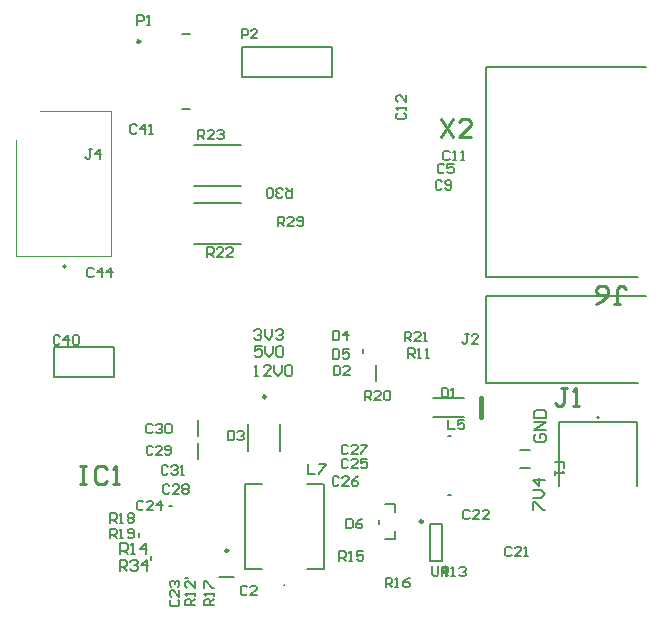
<source format=gto>
G04*
G04 #@! TF.GenerationSoftware,Altium Limited,Altium Designer,21.5.1 (32)*
G04*
G04 Layer_Color=65535*
%FSLAX25Y25*%
%MOIN*%
G70*
G04*
G04 #@! TF.SameCoordinates,C11210EE-706E-4053-A979-2A702EC27353*
G04*
G04*
G04 #@! TF.FilePolarity,Positive*
G04*
G01*
G75*
%ADD10C,0.00787*%
%ADD11C,0.00984*%
%ADD12C,0.00600*%
%ADD13C,0.00394*%
%ADD14C,0.01575*%
%ADD15C,0.00800*%
%ADD16C,0.01000*%
%ADD17C,0.00500*%
D10*
X426480Y71695D02*
G03*
X426480Y71695I-290J0D01*
G01*
X321701Y15795D02*
G03*
X321701Y15795I-169J0D01*
G01*
X248787Y121939D02*
G03*
X248000Y121939I-394J0D01*
G01*
D02*
G03*
X248787Y121939I394J0D01*
G01*
X413085Y48959D02*
Y70049D01*
X439265Y48959D02*
Y70049D01*
X413085D02*
X439265D01*
X309685Y60533D02*
Y69391D01*
X320315Y60533D02*
Y69391D01*
X308591Y21236D02*
Y49583D01*
X334772Y21236D02*
Y49583D01*
X308591Y21236D02*
X314130D01*
X308591Y49583D02*
X314130D01*
X329232Y21236D02*
X334551D01*
X329232Y49583D02*
X334551D01*
X292937Y57941D02*
Y63059D01*
X388752Y188520D02*
X442256D01*
X388752Y118480D02*
Y188520D01*
Y118480D02*
X439500D01*
X400303Y54782D02*
X403453D01*
X400303Y60688D02*
X403453D01*
X348013Y93192D02*
Y94373D01*
X277205Y24256D02*
Y25437D01*
X299921Y18457D02*
X305039D01*
X283110Y42073D02*
X284291D01*
X245000Y85000D02*
X265000D01*
Y95000D01*
X245000D02*
X265000D01*
X245000Y85000D02*
Y95000D01*
X388752Y82992D02*
X439500D01*
X388752D02*
Y112008D01*
X442256D01*
X371065Y78051D02*
X381695D01*
X371065Y71949D02*
X381695D01*
X288504Y18063D02*
X289685D01*
X352344Y83940D02*
Y89058D01*
X292980Y65618D02*
Y70737D01*
X273257Y31837D02*
Y33018D01*
X370378Y36073D02*
X374315D01*
X370378Y23868D02*
X374315D01*
X370378D02*
Y36073D01*
X374315Y23868D02*
Y36073D01*
X307556Y195190D02*
X337556D01*
X307556Y185190D02*
Y195190D01*
Y185190D02*
X337556D01*
Y195190D01*
X287404Y199480D02*
X290087D01*
X287404Y174480D02*
X290087D01*
X376087Y45658D02*
X377268D01*
X376087Y65342D02*
X377268D01*
X353117Y36270D02*
Y37648D01*
X355184Y31054D02*
X358629D01*
Y40010D02*
Y42865D01*
Y31054D02*
Y33908D01*
X355184Y42865D02*
X358629D01*
D11*
X315492Y78545D02*
G03*
X315492Y78545I-492J0D01*
G01*
X302972Y27310D02*
G03*
X302972Y27310I-492J0D01*
G01*
X367819Y36959D02*
G03*
X367819Y36959I-492J0D01*
G01*
X273568Y196980D02*
G03*
X273568Y196980I-492J0D01*
G01*
D12*
X291667Y162507D02*
X307356D01*
X291667Y148908D02*
X307356D01*
X291448Y143215D02*
X307137D01*
X291448Y129617D02*
X307137D01*
X311606Y100507D02*
X312206Y101107D01*
X313405D01*
X314005Y100507D01*
Y99907D01*
X313405Y99307D01*
X312806D01*
X313405D01*
X314005Y98707D01*
Y98107D01*
X313405Y97508D01*
X312206D01*
X311606Y98107D01*
X315205Y101107D02*
Y98707D01*
X316405Y97508D01*
X317604Y98707D01*
Y101107D01*
X318804Y100507D02*
X319404Y101107D01*
X320603D01*
X321203Y100507D01*
Y99907D01*
X320603Y99307D01*
X320003D01*
X320603D01*
X321203Y98707D01*
Y98107D01*
X320603Y97508D01*
X319404D01*
X318804Y98107D01*
X314160Y95557D02*
X311761D01*
Y93758D01*
X312960Y94358D01*
X313560D01*
X314160Y93758D01*
Y92558D01*
X313560Y91958D01*
X312360D01*
X311761Y92558D01*
X315359Y95557D02*
Y93158D01*
X316559Y91958D01*
X317759Y93158D01*
Y95557D01*
X318958Y94957D02*
X319558Y95557D01*
X320758D01*
X321357Y94957D01*
Y92558D01*
X320758Y91958D01*
X319558D01*
X318958Y92558D01*
Y94957D01*
X311761Y85604D02*
X312960D01*
X312360D01*
Y89203D01*
X311761Y88603D01*
X317159Y85604D02*
X314760D01*
X317159Y88003D01*
Y88603D01*
X316559Y89203D01*
X315359D01*
X314760Y88603D01*
X318358Y89203D02*
Y86804D01*
X319558Y85604D01*
X320758Y86804D01*
Y89203D01*
X321957Y88603D02*
X322557Y89203D01*
X323757D01*
X324357Y88603D01*
Y86204D01*
X323757Y85604D01*
X322557D01*
X321957Y86204D01*
Y88603D01*
X266737Y20594D02*
Y24193D01*
X268536D01*
X269136Y23593D01*
Y22394D01*
X268536Y21794D01*
X266737D01*
X267936D02*
X269136Y20594D01*
X270336Y23593D02*
X270936Y24193D01*
X272135D01*
X272735Y23593D01*
Y22994D01*
X272135Y22394D01*
X271535D01*
X272135D01*
X272735Y21794D01*
Y21194D01*
X272135Y20594D01*
X270936D01*
X270336Y21194D01*
X275734Y20594D02*
Y24193D01*
X273935Y22394D01*
X276334D01*
X329501Y56267D02*
Y52668D01*
X331900D01*
X333100Y56267D02*
X335499D01*
Y55667D01*
X333100Y53268D01*
Y52668D01*
X414981Y54782D02*
Y56915D01*
X413382D01*
Y55849D01*
Y56915D01*
X411782D01*
Y53716D02*
Y52650D01*
Y53183D01*
X414981D01*
X414448Y53716D01*
X359556Y173183D02*
X359023Y172649D01*
Y171583D01*
X359556Y171050D01*
X361689D01*
X362222Y171583D01*
Y172649D01*
X361689Y173183D01*
X362222Y174249D02*
Y175315D01*
Y174782D01*
X359023D01*
X359556Y174249D01*
X362222Y179047D02*
Y176915D01*
X360089Y179047D01*
X359556D01*
X359023Y178514D01*
Y177448D01*
X359556Y176915D01*
X324295Y148162D02*
Y144963D01*
X322696D01*
X322163Y145496D01*
Y146563D01*
X322696Y147096D01*
X324295D01*
X323229D02*
X322163Y148162D01*
X321096Y145496D02*
X320563Y144963D01*
X319497D01*
X318964Y145496D01*
Y146029D01*
X319497Y146563D01*
X320030D01*
X319497D01*
X318964Y147096D01*
Y147629D01*
X319497Y148162D01*
X320563D01*
X321096Y147629D01*
X317897Y145496D02*
X317364Y144963D01*
X316298D01*
X315765Y145496D01*
Y147629D01*
X316298Y148162D01*
X317364D01*
X317897Y147629D01*
Y145496D01*
X319517Y135410D02*
Y138609D01*
X321116D01*
X321650Y138076D01*
Y137010D01*
X321116Y136477D01*
X319517D01*
X320583D02*
X321650Y135410D01*
X324849D02*
X322716D01*
X324849Y137543D01*
Y138076D01*
X324316Y138609D01*
X323249D01*
X322716Y138076D01*
X325915Y135943D02*
X326448Y135410D01*
X327514D01*
X328048Y135943D01*
Y138076D01*
X327514Y138609D01*
X326448D01*
X325915Y138076D01*
Y137543D01*
X326448Y137010D01*
X328048D01*
X292909Y164400D02*
Y167599D01*
X294509D01*
X295042Y167066D01*
Y166000D01*
X294509Y165467D01*
X292909D01*
X293976D02*
X295042Y164400D01*
X298241D02*
X296108D01*
X298241Y166533D01*
Y167066D01*
X297708Y167599D01*
X296641D01*
X296108Y167066D01*
X299307D02*
X299840Y167599D01*
X300907D01*
X301440Y167066D01*
Y166533D01*
X300907Y166000D01*
X300374D01*
X300907D01*
X301440Y165467D01*
Y164934D01*
X300907Y164400D01*
X299840D01*
X299307Y164934D01*
X342334Y37870D02*
Y34671D01*
X343934D01*
X344467Y35204D01*
Y37336D01*
X343934Y37870D01*
X342334D01*
X347666D02*
X346600Y37336D01*
X345533Y36270D01*
Y35204D01*
X346066Y34671D01*
X347133D01*
X347666Y35204D01*
Y35737D01*
X347133Y36270D01*
X345533D01*
X258066Y121066D02*
X257533Y121599D01*
X256467D01*
X255934Y121066D01*
Y118934D01*
X256467Y118401D01*
X257533D01*
X258066Y118934D01*
X260732Y118401D02*
Y121599D01*
X259133Y120000D01*
X261265D01*
X263931Y118401D02*
Y121599D01*
X262332Y120000D01*
X264464D01*
X298099Y9001D02*
X294900D01*
Y10601D01*
X295434Y11134D01*
X296500D01*
X297033Y10601D01*
Y9001D01*
Y10068D02*
X298099Y11134D01*
Y12200D02*
Y13267D01*
Y12733D01*
X294900D01*
X295434Y12200D01*
X294900Y14866D02*
Y16999D01*
X295434D01*
X297566Y14866D01*
X298099D01*
X295924Y125171D02*
Y128370D01*
X297524D01*
X298057Y127837D01*
Y126771D01*
X297524Y126237D01*
X295924D01*
X296991D02*
X298057Y125171D01*
X301256D02*
X299124D01*
X301256Y127304D01*
Y127837D01*
X300723Y128370D01*
X299657D01*
X299124Y127837D01*
X304455Y125171D02*
X302323D01*
X304455Y127304D01*
Y127837D01*
X303922Y128370D01*
X302856D01*
X302323Y127837D01*
X302834Y67218D02*
Y64019D01*
X304434D01*
X304967Y64552D01*
Y66685D01*
X304434Y67218D01*
X302834D01*
X306033Y66685D02*
X306566Y67218D01*
X307633D01*
X308166Y66685D01*
Y66152D01*
X307633Y65618D01*
X307100D01*
X307633D01*
X308166Y65085D01*
Y64552D01*
X307633Y64019D01*
X306566D01*
X306033Y64552D01*
X338115Y88934D02*
Y85735D01*
X339714D01*
X340248Y86268D01*
Y88401D01*
X339714Y88934D01*
X338115D01*
X343446Y85735D02*
X341314D01*
X343446Y87868D01*
Y88401D01*
X342913Y88934D01*
X341847D01*
X341314Y88401D01*
X383116Y99469D02*
X382050D01*
X382583D01*
Y96803D01*
X382050Y96270D01*
X381517D01*
X380984Y96803D01*
X386315Y96270D02*
X384183D01*
X386315Y98403D01*
Y98936D01*
X385782Y99469D01*
X384716D01*
X384183Y98936D01*
X246867Y98566D02*
X246334Y99099D01*
X245268D01*
X244735Y98566D01*
Y96434D01*
X245268Y95900D01*
X246334D01*
X246867Y96434D01*
X249533Y95900D02*
Y99099D01*
X247934Y97500D01*
X250066D01*
X251133Y98566D02*
X251666Y99099D01*
X252732D01*
X253265Y98566D01*
Y96434D01*
X252732Y95900D01*
X251666D01*
X251133Y96434D01*
Y98566D01*
X362932Y91592D02*
Y94791D01*
X364532D01*
X365065Y94258D01*
Y93192D01*
X364532Y92659D01*
X362932D01*
X363998D02*
X365065Y91592D01*
X366131D02*
X367197D01*
X366664D01*
Y94791D01*
X366131Y94258D01*
X368797Y91592D02*
X369863D01*
X369330D01*
Y94791D01*
X368797Y94258D01*
X257467Y161100D02*
X256400D01*
X256934D01*
Y158434D01*
X256400Y157901D01*
X255867D01*
X255334Y158434D01*
X260133Y157901D02*
Y161100D01*
X258533Y159500D01*
X260666D01*
X337918Y94446D02*
Y91247D01*
X339518D01*
X340051Y91780D01*
Y93913D01*
X339518Y94446D01*
X337918D01*
X343250D02*
X341117D01*
Y92846D01*
X342183Y93380D01*
X342717D01*
X343250Y92846D01*
Y91780D01*
X342717Y91247D01*
X341650D01*
X341117Y91780D01*
X370862Y22069D02*
Y19403D01*
X371395Y18869D01*
X372461D01*
X372994Y19403D01*
Y22069D01*
X375660Y18869D02*
Y22069D01*
X374061Y20469D01*
X376193D01*
X361747Y97097D02*
Y100296D01*
X363347D01*
X363880Y99763D01*
Y98697D01*
X363347Y98164D01*
X361747D01*
X362813D02*
X363880Y97097D01*
X367079D02*
X364946D01*
X367079Y99230D01*
Y99763D01*
X366546Y100296D01*
X365479D01*
X364946Y99763D01*
X368145Y97097D02*
X369211D01*
X368678D01*
Y100296D01*
X368145Y99763D01*
X348467Y77399D02*
Y80598D01*
X350066D01*
X350600Y80065D01*
Y78999D01*
X350066Y78466D01*
X348467D01*
X349533D02*
X350600Y77399D01*
X353799D02*
X351666D01*
X353799Y79532D01*
Y80065D01*
X353265Y80598D01*
X352199D01*
X351666Y80065D01*
X354865D02*
X355398Y80598D01*
X356464D01*
X356998Y80065D01*
Y77933D01*
X356464Y77399D01*
X355398D01*
X354865Y77933D01*
Y80065D01*
X263589Y31419D02*
Y34618D01*
X265189D01*
X265722Y34084D01*
Y33018D01*
X265189Y32485D01*
X263589D01*
X264655D02*
X265722Y31419D01*
X266788D02*
X267854D01*
X267321D01*
Y34618D01*
X266788Y34084D01*
X269454Y31952D02*
X269987Y31419D01*
X271053D01*
X271586Y31952D01*
Y34084D01*
X271053Y34618D01*
X269987D01*
X269454Y34084D01*
Y33551D01*
X269987Y33018D01*
X271586D01*
X263589Y36512D02*
Y39711D01*
X265189D01*
X265722Y39178D01*
Y38112D01*
X265189Y37578D01*
X263589D01*
X264655D02*
X265722Y36512D01*
X266788D02*
X267854D01*
X267321D01*
Y39711D01*
X266788Y39178D01*
X269454D02*
X269987Y39711D01*
X271053D01*
X271586Y39178D01*
Y38645D01*
X271053Y38112D01*
X271586Y37578D01*
Y37045D01*
X271053Y36512D01*
X269987D01*
X269454Y37045D01*
Y37578D01*
X269987Y38112D01*
X269454Y38645D01*
Y39178D01*
X269987Y38112D02*
X271053D01*
X355431Y15110D02*
Y18309D01*
X357030D01*
X357563Y17776D01*
Y16710D01*
X357030Y16176D01*
X355431D01*
X356497D02*
X357563Y15110D01*
X358630D02*
X359696D01*
X359163D01*
Y18309D01*
X358630Y17776D01*
X363428Y18309D02*
X362362Y17776D01*
X361296Y16710D01*
Y15643D01*
X361829Y15110D01*
X362895D01*
X363428Y15643D01*
Y16176D01*
X362895Y16710D01*
X361296D01*
X340001Y23805D02*
Y27004D01*
X341601D01*
X342134Y26471D01*
Y25404D01*
X341601Y24871D01*
X340001D01*
X341068D02*
X342134Y23805D01*
X343200D02*
X344267D01*
X343733D01*
Y27004D01*
X343200Y26471D01*
X347999Y27004D02*
X345866D01*
Y25404D01*
X346932Y25938D01*
X347465D01*
X347999Y25404D01*
Y24338D01*
X347465Y23805D01*
X346399D01*
X345866Y24338D01*
X267037Y26101D02*
Y29700D01*
X268836D01*
X269436Y29100D01*
Y27900D01*
X268836Y27300D01*
X267037D01*
X268236D02*
X269436Y26101D01*
X270636D02*
X271835D01*
X271235D01*
Y29700D01*
X270636Y29100D01*
X275434Y26101D02*
Y29700D01*
X273635Y27900D01*
X276034D01*
X374151Y18687D02*
Y21886D01*
X375750D01*
X376284Y21353D01*
Y20286D01*
X375750Y19753D01*
X374151D01*
X375217D02*
X376284Y18687D01*
X377350D02*
X378416D01*
X377883D01*
Y21886D01*
X377350Y21353D01*
X380016D02*
X380549Y21886D01*
X381615D01*
X382148Y21353D01*
Y20820D01*
X381615Y20286D01*
X381082D01*
X381615D01*
X382148Y19753D01*
Y19220D01*
X381615Y18687D01*
X380549D01*
X380016Y19220D01*
X291777Y9001D02*
X288578D01*
Y10601D01*
X289111Y11134D01*
X290178D01*
X290711Y10601D01*
Y9001D01*
Y10068D02*
X291777Y11134D01*
Y12200D02*
Y13267D01*
Y12733D01*
X288578D01*
X289111Y12200D01*
X291777Y16999D02*
Y14866D01*
X289645Y16999D01*
X289111D01*
X288578Y16465D01*
Y15399D01*
X289111Y14866D01*
X272700Y202600D02*
Y205799D01*
X274300D01*
X274833Y205266D01*
Y204200D01*
X274300Y203666D01*
X272700D01*
X275899Y202600D02*
X276965D01*
X276432D01*
Y205799D01*
X275899Y205266D01*
X376380Y70888D02*
Y67689D01*
X378513D01*
X381712Y70888D02*
X379579D01*
Y69289D01*
X380646Y69822D01*
X381179D01*
X381712Y69289D01*
Y68223D01*
X381179Y67689D01*
X380113D01*
X379579Y68223D01*
X337918Y100647D02*
Y97448D01*
X339518D01*
X340051Y97981D01*
Y100114D01*
X339518Y100647D01*
X337918D01*
X342717Y97448D02*
Y100647D01*
X341117Y99047D01*
X343250D01*
X272400Y168825D02*
X271867Y169359D01*
X270801D01*
X270268Y168825D01*
Y166693D01*
X270801Y166160D01*
X271867D01*
X272400Y166693D01*
X275066Y166160D02*
Y169359D01*
X273467Y167759D01*
X275600D01*
X276666Y166160D02*
X277732D01*
X277199D01*
Y169359D01*
X276666Y168825D01*
X282889Y55287D02*
X282355Y55820D01*
X281289D01*
X280756Y55287D01*
Y53154D01*
X281289Y52621D01*
X282355D01*
X282889Y53154D01*
X283955Y55287D02*
X284488Y55820D01*
X285554D01*
X286088Y55287D01*
Y54754D01*
X285554Y54221D01*
X285021D01*
X285554D01*
X286088Y53688D01*
Y53154D01*
X285554Y52621D01*
X284488D01*
X283955Y53154D01*
X287154Y52621D02*
X288220D01*
X287687D01*
Y55820D01*
X287154Y55287D01*
X277741Y69047D02*
X277208Y69580D01*
X276142D01*
X275608Y69047D01*
Y66914D01*
X276142Y66381D01*
X277208D01*
X277741Y66914D01*
X278807Y69047D02*
X279341Y69580D01*
X280407D01*
X280940Y69047D01*
Y68514D01*
X280407Y67981D01*
X279874D01*
X280407D01*
X280940Y67448D01*
Y66914D01*
X280407Y66381D01*
X279341D01*
X278807Y66914D01*
X282007Y69047D02*
X282540Y69580D01*
X283606D01*
X284139Y69047D01*
Y66914D01*
X283606Y66381D01*
X282540D01*
X282007Y66914D01*
Y69047D01*
X283340Y48812D02*
X282807Y49345D01*
X281740D01*
X281207Y48812D01*
Y46679D01*
X281740Y46146D01*
X282807D01*
X283340Y46679D01*
X286539Y46146D02*
X284406D01*
X286539Y48279D01*
Y48812D01*
X286005Y49345D01*
X284939D01*
X284406Y48812D01*
X287605D02*
X288138Y49345D01*
X289205D01*
X289738Y48812D01*
Y48279D01*
X289205Y47746D01*
X289738Y47213D01*
Y46679D01*
X289205Y46146D01*
X288138D01*
X287605Y46679D01*
Y47213D01*
X288138Y47746D01*
X287605Y48279D01*
Y48812D01*
X288138Y47746D02*
X289205D01*
X342867Y62066D02*
X342334Y62599D01*
X341268D01*
X340735Y62066D01*
Y59934D01*
X341268Y59400D01*
X342334D01*
X342867Y59934D01*
X346066Y59400D02*
X343934D01*
X346066Y61533D01*
Y62066D01*
X345533Y62599D01*
X344467D01*
X343934Y62066D01*
X347133Y62599D02*
X349265D01*
Y62066D01*
X347133Y59934D01*
Y59400D01*
X339867Y51566D02*
X339334Y52100D01*
X338268D01*
X337735Y51566D01*
Y49434D01*
X338268Y48900D01*
X339334D01*
X339867Y49434D01*
X343066Y48900D02*
X340934D01*
X343066Y51033D01*
Y51566D01*
X342533Y52100D01*
X341467D01*
X340934Y51566D01*
X346265Y52100D02*
X345199Y51566D01*
X344133Y50500D01*
Y49434D01*
X344666Y48900D01*
X345732D01*
X346265Y49434D01*
Y49967D01*
X345732Y50500D01*
X344133D01*
X342867Y57404D02*
X342334Y57937D01*
X341268D01*
X340735Y57404D01*
Y55271D01*
X341268Y54738D01*
X342334D01*
X342867Y55271D01*
X346066Y54738D02*
X343934D01*
X346066Y56871D01*
Y57404D01*
X345533Y57937D01*
X344467D01*
X343934Y57404D01*
X349265Y57937D02*
X347133D01*
Y56337D01*
X348199Y56871D01*
X348732D01*
X349265Y56337D01*
Y55271D01*
X348732Y54738D01*
X347666D01*
X347133Y55271D01*
X274668Y43417D02*
X274134Y43951D01*
X273068D01*
X272535Y43417D01*
Y41285D01*
X273068Y40751D01*
X274134D01*
X274668Y41285D01*
X277867Y40751D02*
X275734D01*
X277867Y42884D01*
Y43417D01*
X277333Y43951D01*
X276267D01*
X275734Y43417D01*
X280533Y40751D02*
Y43951D01*
X278933Y42351D01*
X281066D01*
X284028Y10867D02*
X283495Y10334D01*
Y9268D01*
X284028Y8735D01*
X286161D01*
X286694Y9268D01*
Y10334D01*
X286161Y10867D01*
X286694Y14066D02*
Y11934D01*
X284561Y14066D01*
X284028D01*
X283495Y13533D01*
Y12467D01*
X284028Y11934D01*
Y15133D02*
X283495Y15666D01*
Y16732D01*
X284028Y17265D01*
X284561D01*
X285094Y16732D01*
Y16199D01*
Y16732D01*
X285628Y17265D01*
X286161D01*
X286694Y16732D01*
Y15666D01*
X286161Y15133D01*
X383497Y40414D02*
X382964Y40947D01*
X381898D01*
X381365Y40414D01*
Y38281D01*
X381898Y37748D01*
X382964D01*
X383497Y38281D01*
X386696Y37748D02*
X384564D01*
X386696Y39881D01*
Y40414D01*
X386163Y40947D01*
X385097D01*
X384564Y40414D01*
X389895Y37748D02*
X387763D01*
X389895Y39881D01*
Y40414D01*
X389362Y40947D01*
X388296D01*
X387763Y40414D01*
X397400Y28066D02*
X396867Y28600D01*
X395801D01*
X395268Y28066D01*
Y25934D01*
X395801Y25401D01*
X396867D01*
X397400Y25934D01*
X400599Y25401D02*
X398467D01*
X400599Y27533D01*
Y28066D01*
X400066Y28600D01*
X399000D01*
X398467Y28066D01*
X401666Y25401D02*
X402732D01*
X402199D01*
Y28600D01*
X401666Y28066D01*
X376841Y160004D02*
X376308Y160537D01*
X375241D01*
X374708Y160004D01*
Y157871D01*
X375241Y157338D01*
X376308D01*
X376841Y157871D01*
X377907Y157338D02*
X378974D01*
X378440D01*
Y160537D01*
X377907Y160004D01*
X380573Y157338D02*
X381639D01*
X381106D01*
Y160537D01*
X380573Y160004D01*
X374188Y150272D02*
X373655Y150805D01*
X372589D01*
X372055Y150272D01*
Y148140D01*
X372589Y147606D01*
X373655D01*
X374188Y148140D01*
X375254D02*
X375787Y147606D01*
X376854D01*
X377387Y148140D01*
Y150272D01*
X376854Y150805D01*
X375787D01*
X375254Y150272D01*
Y149739D01*
X375787Y149206D01*
X377387D01*
X374959Y155728D02*
X374426Y156261D01*
X373360D01*
X372827Y155728D01*
Y153595D01*
X373360Y153062D01*
X374426D01*
X374959Y153595D01*
X378158Y156261D02*
X376026D01*
Y154661D01*
X377092Y155195D01*
X377625D01*
X378158Y154661D01*
Y153595D01*
X377625Y153062D01*
X376559D01*
X376026Y153595D01*
X309305Y15032D02*
X308772Y15565D01*
X307706D01*
X307173Y15032D01*
Y12900D01*
X307706Y12366D01*
X308772D01*
X309305Y12900D01*
X312504Y12366D02*
X310372D01*
X312504Y14499D01*
Y15032D01*
X311971Y15565D01*
X310905D01*
X310372Y15032D01*
D13*
X232350Y125344D02*
Y164065D01*
Y125344D02*
X263748D01*
Y173730D01*
X240126D02*
X263748D01*
D14*
X387109Y71949D02*
Y78051D01*
D15*
X405624Y66139D02*
X404958Y65472D01*
Y64139D01*
X405624Y63473D01*
X408290D01*
X408957Y64139D01*
Y65472D01*
X408290Y66139D01*
X406957D01*
Y64806D01*
X408957Y67472D02*
X404958D01*
X408957Y70138D01*
X404958D01*
Y71470D02*
X408957D01*
Y73470D01*
X408290Y74136D01*
X405624D01*
X404958Y73470D01*
Y71470D01*
X404701Y40800D02*
Y43466D01*
X405368D01*
X408034Y40800D01*
X408700D01*
X404701Y44799D02*
X407367D01*
X408700Y46132D01*
X407367Y47464D01*
X404701D01*
X408700Y50797D02*
X404701D01*
X406701Y48797D01*
Y51463D01*
D16*
X415899Y81398D02*
X413899D01*
X414899D01*
Y76400D01*
X413899Y75400D01*
X412900D01*
X411900Y76400D01*
X417898Y75400D02*
X419897D01*
X418898D01*
Y81398D01*
X417898Y80398D01*
X373789Y170999D02*
X377788Y165001D01*
Y170999D02*
X373789Y165001D01*
X383786D02*
X379787D01*
X383786Y169000D01*
Y169999D01*
X382786Y170999D01*
X380787D01*
X379787Y169999D01*
X431411Y109387D02*
X433411D01*
X432411D01*
Y114385D01*
X433411Y115385D01*
X434410D01*
X435410Y114385D01*
X425413Y109387D02*
X427413Y110386D01*
X429412Y112386D01*
Y114385D01*
X428412Y115385D01*
X426413D01*
X425413Y114385D01*
Y113385D01*
X426413Y112386D01*
X429412D01*
X253502Y55499D02*
X255502D01*
X254502D01*
Y49501D01*
X253502D01*
X255502D01*
X262499Y54499D02*
X261500Y55499D01*
X259500D01*
X258501Y54499D01*
Y50501D01*
X259500Y49501D01*
X261500D01*
X262499Y50501D01*
X264498Y49501D02*
X266498D01*
X265498D01*
Y55499D01*
X264498Y54499D01*
D17*
X277874Y61696D02*
X277375Y62196D01*
X276375D01*
X275875Y61696D01*
Y59697D01*
X276375Y59197D01*
X277375D01*
X277874Y59697D01*
X280873Y59197D02*
X278874D01*
X280873Y61197D01*
Y61696D01*
X280374Y62196D01*
X279374D01*
X278874Y61696D01*
X281873Y59697D02*
X282373Y59197D01*
X283373D01*
X283873Y59697D01*
Y61696D01*
X283373Y62196D01*
X282373D01*
X281873Y61696D01*
Y61197D01*
X282373Y60697D01*
X283873D01*
X307700Y198100D02*
Y201099D01*
X309200D01*
X309699Y200599D01*
Y199600D01*
X309200Y199100D01*
X307700D01*
X312698Y198100D02*
X310699D01*
X312698Y200099D01*
Y200599D01*
X312198Y201099D01*
X311199D01*
X310699Y200599D01*
X374381Y81422D02*
Y78423D01*
X375881D01*
X376380Y78922D01*
Y80922D01*
X375881Y81422D01*
X374381D01*
X377380Y78423D02*
X378380D01*
X377880D01*
Y81422D01*
X377380Y80922D01*
M02*

</source>
